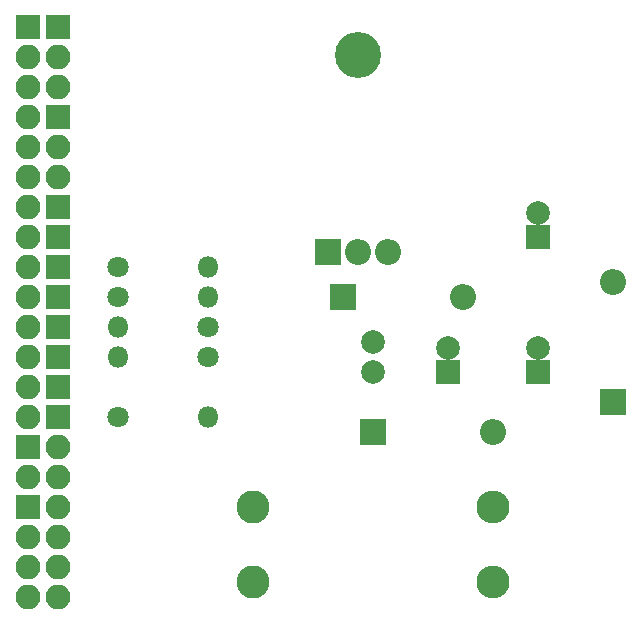
<source format=gbs>
G04 #@! TF.GenerationSoftware,KiCad,Pcbnew,(5.0.0-3-g5ebb6b6)*
G04 #@! TF.CreationDate,2018-12-30T11:26:31+01:00*
G04 #@! TF.ProjectId,Leiterfolie,4C6569746572666F6C69652E6B696361,rev?*
G04 #@! TF.SameCoordinates,Original*
G04 #@! TF.FileFunction,Soldermask,Bot*
G04 #@! TF.FilePolarity,Negative*
%FSLAX46Y46*%
G04 Gerber Fmt 4.6, Leading zero omitted, Abs format (unit mm)*
G04 Created by KiCad (PCBNEW (5.0.0-3-g5ebb6b6)) date Sunday, 30. December 2018 um 11:26:31*
%MOMM*%
%LPD*%
G01*
G04 APERTURE LIST*
%ADD10R,2.100000X2.100000*%
%ADD11O,2.100000X2.100000*%
%ADD12C,1.800000*%
%ADD13O,1.800000X1.800000*%
%ADD14R,2.000000X2.000000*%
%ADD15C,2.000000*%
%ADD16R,2.200000X2.200000*%
%ADD17O,2.200000X2.200000*%
%ADD18C,2.800000*%
%ADD19O,2.800000X2.800000*%
%ADD20O,3.900000X3.900000*%
G04 APERTURE END LIST*
D10*
G04 #@! TO.C,J1*
X78740000Y-85090000D03*
D11*
X78740000Y-87630000D03*
X78740000Y-90170000D03*
G04 #@! TD*
D10*
G04 #@! TO.C,J2*
X76200000Y-85090000D03*
D11*
X76200000Y-87630000D03*
X76200000Y-90170000D03*
X76200000Y-92710000D03*
X76200000Y-95250000D03*
X76200000Y-97790000D03*
G04 #@! TD*
D12*
G04 #@! TO.C,R6*
X91440000Y-113030000D03*
D13*
X83820000Y-113030000D03*
G04 #@! TD*
D12*
G04 #@! TO.C,R2*
X83820000Y-118110000D03*
D13*
X91440000Y-118110000D03*
G04 #@! TD*
D10*
G04 #@! TO.C,D3*
X78740000Y-118110000D03*
D11*
X76200000Y-118110000D03*
G04 #@! TD*
D10*
G04 #@! TO.C,J5*
X78740000Y-105410000D03*
D11*
X76200000Y-105410000D03*
G04 #@! TD*
D10*
G04 #@! TO.C,J6*
X78740000Y-92710000D03*
D11*
X78740000Y-95250000D03*
X78740000Y-97790000D03*
G04 #@! TD*
D10*
G04 #@! TO.C,D2*
X78740000Y-115570000D03*
D11*
X76200000Y-115570000D03*
G04 #@! TD*
D10*
G04 #@! TO.C,D4*
X78740000Y-113030000D03*
D11*
X76200000Y-113030000D03*
G04 #@! TD*
D10*
G04 #@! TO.C,D5*
X78740000Y-110490000D03*
D11*
X76200000Y-110490000D03*
G04 #@! TD*
D10*
G04 #@! TO.C,D6*
X78740000Y-107950000D03*
D11*
X76200000Y-107950000D03*
G04 #@! TD*
D10*
G04 #@! TO.C,J7*
X78740000Y-100330000D03*
D11*
X76200000Y-100330000D03*
G04 #@! TD*
D10*
G04 #@! TO.C,J8*
X76200000Y-120650000D03*
D11*
X78740000Y-120650000D03*
X76200000Y-123190000D03*
X78740000Y-123190000D03*
G04 #@! TD*
D10*
G04 #@! TO.C,J4*
X78740000Y-102870000D03*
D11*
X76200000Y-102870000D03*
G04 #@! TD*
D14*
G04 #@! TO.C,C1*
X119380000Y-114300000D03*
D15*
X119380000Y-112300000D03*
G04 #@! TD*
D14*
G04 #@! TO.C,C2*
X111760000Y-114300000D03*
D15*
X111760000Y-112300000D03*
G04 #@! TD*
G04 #@! TO.C,C3*
X105410000Y-114300000D03*
X105410000Y-111800000D03*
G04 #@! TD*
D16*
G04 #@! TO.C,D1*
X105410000Y-119380000D03*
D17*
X115570000Y-119380000D03*
G04 #@! TD*
D16*
G04 #@! TO.C,D7*
X125730000Y-116840000D03*
D17*
X125730000Y-106680000D03*
G04 #@! TD*
D16*
G04 #@! TO.C,D8*
X102870000Y-107950000D03*
D17*
X113030000Y-107950000D03*
G04 #@! TD*
D12*
G04 #@! TO.C,R1*
X83820000Y-107950000D03*
D13*
X91440000Y-107950000D03*
G04 #@! TD*
D12*
G04 #@! TO.C,R3*
X83820000Y-105410000D03*
D13*
X91440000Y-105410000D03*
G04 #@! TD*
D12*
G04 #@! TO.C,R7*
X91440000Y-110490000D03*
D13*
X83820000Y-110490000D03*
G04 #@! TD*
D18*
G04 #@! TO.C,R4*
X95250000Y-132080000D03*
D19*
X115570000Y-132080000D03*
G04 #@! TD*
D18*
G04 #@! TO.C,R5*
X95250000Y-125730000D03*
D19*
X115570000Y-125730000D03*
G04 #@! TD*
D20*
G04 #@! TO.C,U1*
X104140000Y-87480000D03*
D16*
X101600000Y-104140000D03*
D17*
X104140000Y-104140000D03*
X106680000Y-104140000D03*
G04 #@! TD*
D10*
G04 #@! TO.C,J9*
X76200000Y-125730000D03*
D11*
X78740000Y-125730000D03*
X76200000Y-128270000D03*
X78740000Y-128270000D03*
X76200000Y-130810000D03*
X78740000Y-130810000D03*
X76200000Y-133350000D03*
X78740000Y-133350000D03*
G04 #@! TD*
D14*
G04 #@! TO.C,C4*
X119380000Y-102870000D03*
D15*
X119380000Y-100870000D03*
G04 #@! TD*
M02*

</source>
